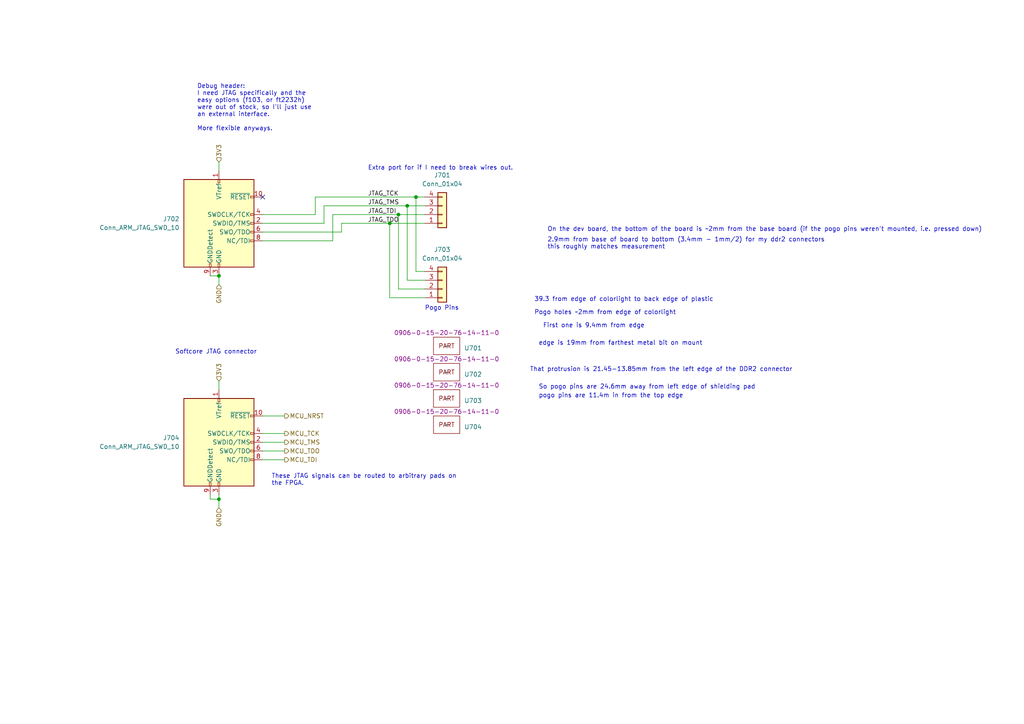
<source format=kicad_sch>
(kicad_sch (version 20230121) (generator eeschema)
  (paper "A4")
  (lib_symbols
    (symbol "Connector:Conn_ARM_JTAG_SWD_10" (pin_names (offset 1.016))
      (property "Reference" "J" (at -2.54 16.51 0))
      (property "Value" "Conn_ARM_JTAG_SWD_10" (at -2.54 13.97 0))
      (symbol "Conn_ARM_JTAG_SWD_10_0_1"
        (rectangle (start -10.16 12.7) (end 10.16 -12.7) (stroke (width 0.254)) (fill (type background)))
        (rectangle (start -2.794 -12.7) (end -2.286 -11.684))
        (rectangle (start -0.254 -12.7) (end 0.254 -11.684))
        (rectangle (start -0.254 12.7) (end 0.254 11.684))
        (rectangle (start 9.144 2.286) (end 10.16 2.794))
        (rectangle (start 10.16 -2.794) (end 9.144 -2.286))
        (rectangle (start 10.16 -0.254) (end 9.144 0.254))
        (rectangle (start 10.16 7.874) (end 9.144 7.366))
      )
      (symbol "Conn_ARM_JTAG_SWD_10_1_1"
        (rectangle (start 9.144 -5.334) (end 10.16 -4.826))
        (pin power_in line (at 0 15.24 270) (length 2.54) (name "VTref") (number "1"))
        (pin open_collector line (at 12.7 7.62 180) (length 2.54) (name "~{RESET}") (number "10"))
        (pin bidirectional line (at 12.7 0 180) (length 2.54) (name "SWDIO/TMS") (number "2"))
        (pin power_in line (at 0 -15.24 90) (length 2.54) (name "GND") (number "3"))
        (pin output line (at 12.7 2.54 180) (length 2.54) (name "SWDCLK/TCK") (number "4"))
        (pin passive line (at 0 -15.24 90) (length 2.54) hide (name "GND") (number "5"))
        (pin input line (at 12.7 -2.54 180) (length 2.54) (name "SWO/TDO") (number "6"))
        (pin no_connect line (at -10.16 0 0) (length 2.54) hide (name "KEY") (number "7"))
        (pin output line (at 12.7 -5.08 180) (length 2.54) (name "NC/TDI") (number "8"))
        (pin passive line (at -2.54 -15.24 90) (length 2.54) (name "GNDDetect") (number "9"))
      )
    )
    (symbol "Connector_Generic:Conn_01x04" (pin_names (offset 1.016) hide)
      (property "Reference" "J" (at 0 5.08 0))
      (property "Value" "Conn_01x04" (at 0 -7.62 0))
      (symbol "Conn_01x04_1_1"
        (rectangle (start -1.27 -4.953) (end 0 -5.207) (stroke (width 0.1524)))
        (rectangle (start -1.27 -2.413) (end 0 -2.667) (stroke (width 0.1524)))
        (rectangle (start -1.27 0.127) (end 0 -0.127) (stroke (width 0.1524)))
        (rectangle (start -1.27 2.667) (end 0 2.413) (stroke (width 0.1524)))
        (rectangle (start -1.27 3.81) (end 1.27 -6.35) (stroke (width 0.254)) (fill (type background)))
        (pin passive line (at -5.08 2.54 0) (length 3.81) (name "Pin_1") (number "1"))
        (pin passive line (at -5.08 0 0) (length 3.81) (name "Pin_2") (number "2"))
        (pin passive line (at -5.08 -2.54 0) (length 3.81) (name "Pin_3") (number "3"))
        (pin passive line (at -5.08 -5.08 0) (length 3.81) (name "Pin_4") (number "4"))
      )
    )
    (symbol "Sonar:PART"
      (property "Reference" "U" (at 0 -3.81 0))
      (symbol "PART_0_0"
        (text_box "PART" (at -3.81 2.54 0) (size 7.62 -5.08) (effects (font (size 1.27 1.27))))
      )
    )
  )
  (junction (at 118.11 59.69))
  (junction (at 113.03 64.77))
  (junction (at 63.5 80.01))
  (junction (at 120.65 57.15))
  (junction (at 115.57 62.23))
  (junction (at 63.5 144.78))
  (no_connect (at 76.2 57.15))
  (wire (pts (xy 113.03 64.77) (xy 113.03 86.36)))
  (wire (pts (xy 63.5 144.78) (xy 63.5 147.32)))
  (wire (pts (xy 113.03 86.36) (xy 123.19 86.36)))
  (wire (pts (xy 63.5 144.78) (xy 63.5 143.51)))
  (wire (pts (xy 115.57 83.82) (xy 123.19 83.82)))
  (wire (pts (xy 113.03 64.77) (xy 123.19 64.77)))
  (wire (pts (xy 93.98 59.69) (xy 118.11 59.69)))
  (wire (pts (xy 60.96 80.01) (xy 63.5 80.01)))
  (wire (pts (xy 115.57 62.23) (xy 123.19 62.23)))
  (wire (pts (xy 76.2 64.77) (xy 93.98 64.77)))
  (wire (pts (xy 96.52 69.85) (xy 96.52 62.23)))
  (wire (pts (xy 63.5 110.49) (xy 63.5 113.03)))
  (wire (pts (xy 63.5 46.99) (xy 63.5 49.53)))
  (wire (pts (xy 93.98 64.77) (xy 93.98 59.69)))
  (wire (pts (xy 76.2 125.73) (xy 82.55 125.73)))
  (wire (pts (xy 76.2 133.35) (xy 82.55 133.35)))
  (wire (pts (xy 91.44 62.23) (xy 91.44 57.15)))
  (wire (pts (xy 118.11 59.69) (xy 123.19 59.69)))
  (wire (pts (xy 91.44 57.15) (xy 120.65 57.15)))
  (wire (pts (xy 60.96 144.78) (xy 63.5 144.78)))
  (wire (pts (xy 63.5 80.01) (xy 63.5 82.55)))
  (wire (pts (xy 118.11 81.28) (xy 123.19 81.28)))
  (wire (pts (xy 76.2 62.23) (xy 91.44 62.23)))
  (wire (pts (xy 96.52 62.23) (xy 115.57 62.23)))
  (wire (pts (xy 99.06 67.31) (xy 99.06 64.77)))
  (wire (pts (xy 76.2 67.31) (xy 99.06 67.31)))
  (wire (pts (xy 76.2 128.27) (xy 82.55 128.27)))
  (wire (pts (xy 115.57 62.23) (xy 115.57 83.82)))
  (wire (pts (xy 76.2 130.81) (xy 82.55 130.81)))
  (wire (pts (xy 118.11 59.69) (xy 118.11 81.28)))
  (wire (pts (xy 60.96 143.51) (xy 60.96 144.78)))
  (wire (pts (xy 76.2 69.85) (xy 96.52 69.85)))
  (wire (pts (xy 120.65 78.74) (xy 120.65 57.15)))
  (wire (pts (xy 76.2 120.65) (xy 82.55 120.65)))
  (wire (pts (xy 120.65 57.15) (xy 123.19 57.15)))
  (wire (pts (xy 123.19 78.74) (xy 120.65 78.74)))
  (wire (pts (xy 99.06 64.77) (xy 113.03 64.77)))
  (text "2.9mm from base of board to bottom (3.4mm - 1mm/2) for my ddr2 connectors\nthis roughly matches measurement" (at 158.75 72.39 0) (effects (font (size 1.27 1.27)) (justify left bottom)))
  (text "So pogo pins are 24.6mm away from left edge of shielding pad" (at 156.21 113.03 0) (effects (font (size 1.27 1.27)) (justify left bottom)))
  (text "edge is 19mm from farthest metal bit on mount" (at 156.21 100.33 0) (effects (font (size 1.27 1.27)) (justify left bottom)))
  (text "Pogo Pins" (at 123.19 90.17 0) (effects (font (size 1.27 1.27)) (justify left bottom)))
  (text "pogo pins are 11.4m in from the top edge" (at 156.21 115.57 0) (effects (font (size 1.27 1.27)) (justify left bottom)))
  (text "Softcore JTAG connector" (at 50.8 102.87 0) (effects (font (size 1.27 1.27)) (justify left bottom)))
  (text "On the dev board, the bottom of the board is ~2mm from the base board (if the pogo pins weren't mounted, i.e. pressed down)\n" (at 158.75 67.31 0) (effects (font (size 1.27 1.27)) (justify left bottom)))
  (text "First one is 9.4mm from edge\n" (at 157.48 95.25 0) (effects (font (size 1.27 1.27)) (justify left bottom)))
  (text "Pogo holes ~2mm from edge of colorlight\n" (at 154.94 91.44 0) (effects (font (size 1.27 1.27)) (justify left bottom)))
  (text "39.3 from edge of colorlight to back edge of plastic" (at 154.94 87.63 0) (effects (font (size 1.27 1.27)) (justify left bottom)))
  (text "These JTAG signals can be routed to arbitrary pads on\nthe FPGA." (at 78.74 140.97 0) (effects (font (size 1.27 1.27)) (justify left bottom)))
  (text "That protrusion is 21.45-13.85mm from the left edge of the DDR2 connector" (at 153.67 107.95 0) (effects (font (size 1.27 1.27)) (justify left bottom)))
  (text "Debug header:\nI need JTAG specifically and the\neasy options (f103, or ft2232h)\nwere out of stock, so I'll just use\nan external interface.\n\nMore flexible anyways." (at 57.15 38.1 0) (effects (font (size 1.27 1.27)) (justify left bottom)))
  (text "Extra port for if I need to break wires out." (at 106.68 49.53 0) (effects (font (size 1.27 1.27)) (justify left bottom)))
  (label "JTAG_TCK" (at 106.68 57.15 0))
  (label "JTAG_TDI" (at 106.68 62.23 0))
  (label "JTAG_TDO" (at 106.68 64.77 0))
  (label "JTAG_TMS" (at 106.68 59.69 0))
  (hierarchical_label "MCU_TCK" (shape output) (at 82.55 125.73 0))
  (hierarchical_label "MCU_TMS" (shape output) (at 82.55 128.27 0))
  (hierarchical_label "MCU_TDI" (shape output) (at 82.55 133.35 0))
  (hierarchical_label "3V3" (shape input) (at 63.5 46.99 90))
  (hierarchical_label "3V3" (shape input) (at 63.5 110.49 90))
  (hierarchical_label "MCU_TDO" (shape output) (at 82.55 130.81 0))
  (hierarchical_label "GND" (shape input) (at 63.5 82.55 270))
  (hierarchical_label "MCU_NRST" (shape output) (at 82.55 120.65 0))
  (hierarchical_label "GND" (shape input) (at 63.5 147.32 270))
  (symbol (lib_id "Connector_Generic:Conn_01x04") (at 128.27 62.23 0) (mirror x) (unit 1)
    (property "Reference" "J701" (at 128.27 50.8 0))
    (property "Value" "Conn_01x04" (at 128.27 53.34 0))
    (property "Footprint" "Connector_PinHeader_2.54mm:PinHeader_1x04_P2.54mm_Vertical" (effects hide))
    (property "Config" "dnf" (effects hide))
  )
  (symbol (lib_id "Sonar:PART") (at 129.54 123.19 0) (unit 1) (on_board no)
    (property "Reference" "U704" (at 134.62 123.825 0) (effects (justify left)))
    (property "Value" "~" (at 129.54 123.19 0))
    (property "Datasheet" "https://media.digikey.com/pdf/Data%20Sheets/Mill%20Max%20PDFs/Spring%20Loaded%20Connectors.pdf" (effects hide))
    (property "DPN" "ED8180-ND" (effects hide))
    (property "Distributor" "DigiKey" (effects hide))
    (property "MPN" "0906-0-15-20-76-14-11-0" (at 129.54 119.38 0))
    (property "Manufacturer" "Mill-Max Manufacturing Corp." (effects hide))
  )
  (symbol (lib_id "Connector:Conn_ARM_JTAG_SWD_10") (at 63.5 64.77 0) (unit 1)
    (property "Reference" "J702" (at 52.07 63.4999 0) (effects (justify right)))
    (property "Value" "Conn_ARM_JTAG_SWD_10" (at 52.07 66.0399 0) (effects (justify right)))
    (property "Footprint" "Connector_PinHeader_1.27mm:PinHeader_2x05_P1.27mm_Vertical_SMD" (effects hide))
    (property "Datasheet" "http://infocenter.arm.com/help/topic/com.arm.doc.ddi0314h/DDI0314H_coresight_components_trm.pdf" (effects hide))
    (property "MPN" "FTSH-105-01-L-DV-007" (effects hide))
    (property "Manufacturer" "Samtec Inc." (effects hide))
    (property "DPN" "SAM15641-ND" (effects hide))
    (property "Distributor" "DigiKey" (effects hide))
  )
  (symbol (lib_id "Sonar:PART") (at 129.54 107.95 0) (unit 1) (on_board no)
    (property "Reference" "U702" (at 134.62 108.585 0) (effects (justify left)))
    (property "Value" "~" (at 129.54 107.95 0))
    (property "Datasheet" "https://media.digikey.com/pdf/Data%20Sheets/Mill%20Max%20PDFs/Spring%20Loaded%20Connectors.pdf" (effects hide))
    (property "DPN" "ED8180-ND" (effects hide))
    (property "Distributor" "DigiKey" (effects hide))
    (property "MPN" "0906-0-15-20-76-14-11-0" (at 129.54 104.14 0))
    (property "Manufacturer" "Mill-Max Manufacturing Corp." (effects hide))
  )
  (symbol (lib_id "Sonar:PART") (at 129.54 100.33 0) (unit 1) (on_board no)
    (property "Reference" "U701" (at 134.62 100.965 0) (effects (justify left)))
    (property "Value" "~" (at 129.54 100.33 0))
    (property "Datasheet" "https://media.digikey.com/pdf/Data%20Sheets/Mill%20Max%20PDFs/Spring%20Loaded%20Connectors.pdf" (effects hide))
    (property "DPN" "ED8180-ND" (effects hide))
    (property "Distributor" "DigiKey" (effects hide))
    (property "MPN" "0906-0-15-20-76-14-11-0" (at 129.54 96.52 0))
    (property "Manufacturer" "Mill-Max Manufacturing Corp." (effects hide))
  )
  (symbol (lib_id "Connector:Conn_ARM_JTAG_SWD_10") (at 63.5 128.27 0) (unit 1)
    (property "Reference" "J704" (at 52.07 126.9999 0) (effects (justify right)))
    (property "Value" "Conn_ARM_JTAG_SWD_10" (at 52.07 129.5399 0) (effects (justify right)))
    (property "Footprint" "Connector_PinHeader_1.27mm:PinHeader_2x05_P1.27mm_Vertical_SMD" (effects hide))
    (property "Datasheet" "http://infocenter.arm.com/help/topic/com.arm.doc.ddi0314h/DDI0314H_coresight_components_trm.pdf" (effects hide))
    (property "MPN" "FTSH-105-01-L-DV-007" (effects hide))
    (property "Manufacturer" "Samtec Inc." (effects hide))
    (property "DPN" "SAM15641-ND" (effects hide))
    (property "Distributor" "DigiKey" (effects hide))
  )
  (symbol (lib_id "Connector_Generic:Conn_01x04") (at 128.27 83.82 0) (mirror x) (unit 1) (in_bom no)
    (property "Reference" "J703" (at 128.27 72.39 0))
    (property "Value" "Conn_01x04" (at 128.27 74.93 0))
    (property "Footprint" "Sonar:PogoPin_0906-0-15-20-76-14-11-0" (effects hide))
    (property "Datasheet" "https://media.digikey.com/pdf/Data%20Sheets/Mill%20Max%20PDFs/Spring%20Loaded%20Connectors.pdf" (effects hide))
    (property "MPN" "0906-0-15-20-76-14-11-0" (effects hide))
    (property "Manufacturer" "Mill-Max Manufacturing Corp." (effects hide))
    (property "DPN" "ED8180-ND" (effects hide))
    (property "Distributor" "DigiKey" (effects hide))
  )
  (symbol (lib_id "Sonar:PART") (at 129.54 115.57 0) (unit 1) (on_board no)
    (property "Reference" "U703" (at 134.62 116.205 0) (effects (justify left)))
    (property "Value" "~" (at 129.54 115.57 0))
    (property "Datasheet" "https://media.digikey.com/pdf/Data%20Sheets/Mill%20Max%20PDFs/Spring%20Loaded%20Connectors.pdf" (effects hide))
    (property "DPN" "ED8180-ND" (effects hide))
    (property "Distributor" "DigiKey" (effects hide))
    (property "MPN" "0906-0-15-20-76-14-11-0" (at 129.54 111.76 0))
    (property "Manufacturer" "Mill-Max Manufacturing Corp." (effects hide))
  )
)
</source>
